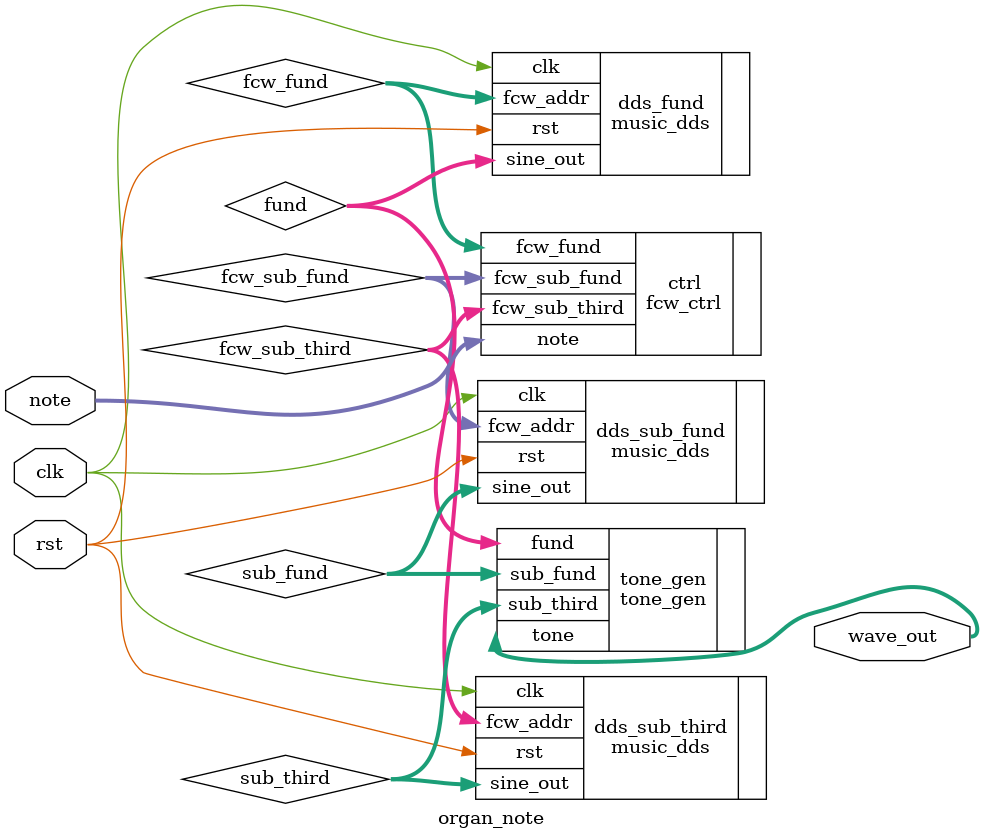
<source format=v>
`timescale 1ns / 1ps

module organ_note(
    input clk, rst,
    input [6:0] note,
    output [17:0] wave_out
    );
    
    wire [6:0] fcw_sub_fund;
    wire [6:0] fcw_sub_third;
    wire [6:0] fcw_fund;
//    wire [23:0] fcw_octave;
    wire [15:0] sub_fund;
    wire [15:0] sub_third;
    wire [15:0] fund;
//    wire [15:0] octave;
    
    fcw_ctrl ctrl(.note(note), 
        .fcw_sub_fund(fcw_sub_fund), 
        .fcw_sub_third(fcw_sub_third), 
        .fcw_fund(fcw_fund)
//        .fcw_octave(fcw_octave)
        );
        
    music_dds dds_sub_fund(.clk(clk), .rst(rst),
        .fcw_addr(fcw_sub_fund),
        .sine_out(sub_fund)
        );
    
    music_dds dds_sub_third(.clk(clk), .rst(rst),
        .fcw_addr(fcw_sub_third),
        .sine_out(sub_third)
        );

    music_dds dds_fund(.clk(clk), .rst(rst),
        .fcw_addr(fcw_fund),
        .sine_out(fund)
        );

//    music_dds dds_octave(.clk(clk), .rst(rst),
//        .fcw_addr(fcw_octave),
//        .sine_out(octave)
//        );
        
    tone_gen tone_gen(
        .sub_fund(sub_fund),
        .sub_third(sub_third),
        .fund(fund),
//        .octave(octave),
        .tone(wave_out)
        );
        
endmodule

</source>
